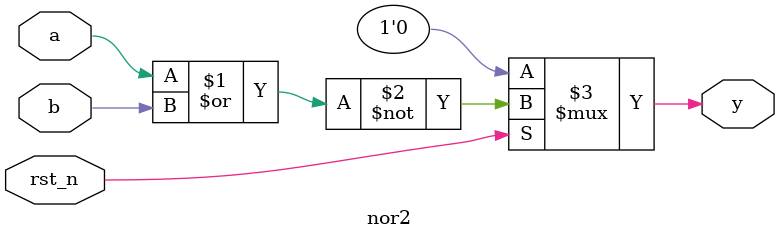
<source format=v>
`timescale 1ns / 1ps
`default_nettype none

module nor2(
    input wire rst_n,
    input wire a,
    input wire b,
    output wire y
);
parameter iv = 1'b0;

//pullup r1(y);
assign #20 y = (rst_n) ? ~(a | b) : iv;

endmodule
`default_nettype wire

</source>
